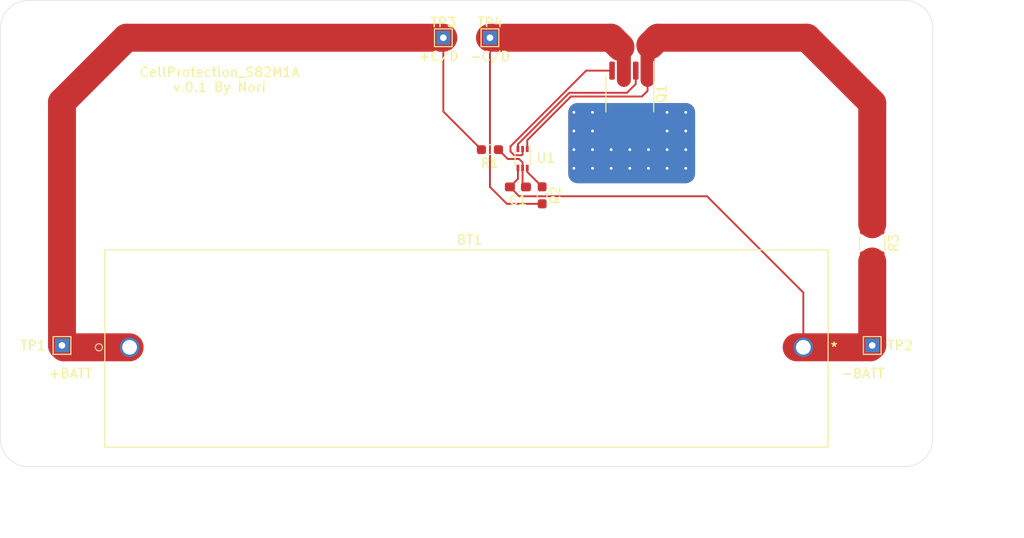
<source format=kicad_pcb>
(kicad_pcb (version 20211014) (generator pcbnew)
  (layers (0 "F.Cu" signal) (31 "B.Cu" signal) (34 "B.Paste" user) (35 "F.Paste" user) (36 "B.SilkS" user "B.Silkscreen") (37 "F.SilkS" user "F.Silkscreen") (38 "B.Mask" user) (39 "F.Mask" user) (44 "Edge.Cuts" user))
  (net 0 "")
  (net 1 "Net-(BT1-Pad1)")
  (net 2 "Net-(BT1-Pad2)")
  (net 3 "Net-(C1-Pad1)")
  (net 4 "Net-(Q1-Pad1)")
  (net 5 "Net-(Q1-Pad2)")
  (net 6 "Net-(Q1-Pad3)")
  (net 7 "Net-(Q1-Pad4)")
  (net 8 "Net-(Q1-Pad5)")
  (net 9 "Net-(R2-Pad1)")
  (footprint "Package_SO:SOIC-8_3.9x4.9mm_P1.27mm" (layer "F.Cu") (at 162.5 75 -90)
    (fp_text reference "Q1" (at 0 -3.4 90) (layer "F.SilkS"))
    (fp_text value "FDS9926A")
    (fp_line (start 0 -2.56) (end 1.95 -2.56) (layer "F.SilkS") (width 0.12))
    (fp_line (start 0 2.56) (end 1.95 2.56) (layer "F.SilkS") (width 0.12))
    (fp_line (start 0 -2.56) (end -3.45 -2.56) (layer "F.SilkS") (width 0.12))
    (fp_line (start 0 2.56) (end -1.95 2.56) (layer "F.SilkS") (width 0.12))
    (pad "1" smd roundrect (at -2.475 -1.905 270) (size 1.95 0.6) (layers "F.Cu" "F.Paste" "F.Mask") (net 4 "Net-(Q1-Pad1)"))
    (pad "2" smd roundrect (at -2.475 -0.635 270) (size 1.95 0.6) (layers "F.Cu" "F.Paste" "F.Mask") (net 5 "Net-(Q1-Pad2)"))
    (pad "3" smd roundrect (at -2.475 0.635 270) (size 1.95 0.6) (layers "F.Cu" "F.Paste" "F.Mask") (net 6 "Net-(Q1-Pad3)"))
    (pad "4" smd roundrect (at -2.475 1.905 270) (size 1.95 0.6) (layers "F.Cu" "F.Paste" "F.Mask") (net 7 "Net-(Q1-Pad4)"))
    (pad "5" smd roundrect (at 2.475 1.905 270) (size 1.95 0.6) (layers "F.Cu" "F.Paste" "F.Mask") (net 8 "Net-(Q1-Pad5)"))
    (pad "6" smd roundrect (at 2.475 0.635 270) (size 1.95 0.6) (layers "F.Cu" "F.Paste" "F.Mask") (net 8 "Net-(Q1-Pad5)"))
    (pad "7" smd roundrect (at 2.475 -0.635 270) (size 1.95 0.6) (layers "F.Cu" "F.Paste" "F.Mask") (net 8 "Net-(Q1-Pad5)"))
    (pad "8" smd roundrect (at 2.475 -1.905 270) (size 1.95 0.6) (layers "F.Cu" "F.Paste" "F.Mask") (net 8 "Net-(Q1-Pad5)"))
  )
  (footprint "1043:1043" (layer "F.Cu") (at 181.11235 102.2)
    (fp_text reference "BT1" (at -35.8 -11.5) (layer "F.SilkS"))
    (fp_text value "Battery_Cell")
    (fp_text user "*" (at 3.3 0) (layer "F.SilkS"))
    (fp_circle (center -75.5523 0) (end -75.1713 0) (layer "B.SilkS") (width 0.12) (fill none))
    (fp_line (start -74.9173 -10.4521) (end -74.9173 10.7061) (layer "F.SilkS") (width 0.12))
    (fp_line (start -74.9173 10.7061) (end 2.6543 10.7061) (layer "F.SilkS") (width 0.12))
    (fp_line (start 2.6543 -10.4521) (end -74.9173 -10.4521) (layer "F.SilkS") (width 0.12))
    (fp_line (start 2.6543 10.7061) (end 2.6543 -10.4521) (layer "F.SilkS") (width 0.12))
    (fp_circle (center -75.5523 0) (end -75.1713 0) (layer "F.SilkS") (width 0.12) (fill none))
    (pad "" np_thru_hole circle (at -8.382 -7.874) (size 3.81 3.81) (drill 3.81) (layers *.Cu *.Mask))
    (pad "" np_thru_hole circle (at -63.627 7.874) (size 3.81 3.81) (drill 3.81) (layers *.Cu *.Mask))
    (pad "" np_thru_hole circle (at 0 7.874) (size 2.6416 2.6416) (drill 2.6416) (layers *.Cu *.Mask))
    (pad "1" thru_hole circle (at -72.263 0) (size 2.0828 2.0828) (drill 1.5748) (layers *.Cu *.Mask) (net 1 "Net-(BT1-Pad1)"))
    (pad "2" thru_hole circle (at 0 0) (size 2.0828 2.0828) (drill 1.5748) (layers *.Cu *.Mask) (net 2 "Net-(BT1-Pad2)"))
  )
  (footprint "TestPoint:TestPoint_THTPad_1.5x1.5mm_Drill0.7mm" (layer "F.Cu") (at 147.5 69)
    (fp_text reference "TP4" (at 0 -1.648) (layer "F.SilkS"))
    (fp_text value "Pin")
    (fp_line (start -0.95 0.95) (end -0.95 -0.95) (layer "F.SilkS") (width 0.12))
    (fp_line (start -0.95 -0.95) (end 0.95 -0.95) (layer "F.SilkS") (width 0.12))
    (fp_line (start 0.95 -0.95) (end 0.95 0.95) (layer "F.SilkS") (width 0.12))
    (fp_line (start 0.95 0.95) (end -0.95 0.95) (layer "F.SilkS") (width 0.12))
    (pad "1" thru_hole rect (at 0 0) (size 1.5 1.5) (drill 0.7) (layers *.Cu *.Mask) (net 6 "Net-(Q1-Pad3)"))
  )
  (footprint "Capacitor_SMD:C_0603_1608Metric_Pad1.08x0.95mm_HandSolder" (layer "F.Cu") (at 150.5 85 180)
    (fp_text reference "C1" (at 0 -1.43) (layer "F.SilkS"))
    (fp_text value "0.1u")
    (fp_line (start -0.146267 0.51) (end 0.146267 0.51) (layer "F.SilkS") (width 0.12))
    (fp_line (start -0.146267 -0.51) (end 0.146267 -0.51) (layer "F.SilkS") (width 0.12))
    (pad "1" smd roundrect (at -0.8625 0 180) (size 1.075 0.95) (layers "F.Cu" "F.Paste" "F.Mask") (net 3 "Net-(C1-Pad1)"))
    (pad "2" smd roundrect (at 0.8625 0 180) (size 1.075 0.95) (layers "F.Cu" "F.Paste" "F.Mask") (net 2 "Net-(BT1-Pad2)"))
  )
  (footprint "TestPoint:TestPoint_THTPad_1.5x1.5mm_Drill0.7mm" (layer "F.Cu") (at 188.5 102)
    (fp_text reference "TP2" (at 3 0) (layer "F.SilkS"))
    (fp_text value "Pin")
    (fp_line (start 0.95 0.95) (end -0.95 0.95) (layer "F.SilkS") (width 0.12))
    (fp_line (start -0.95 0.95) (end -0.95 -0.95) (layer "F.SilkS") (width 0.12))
    (fp_line (start 0.95 -0.95) (end 0.95 0.95) (layer "F.SilkS") (width 0.12))
    (fp_line (start -0.95 -0.95) (end 0.95 -0.95) (layer "F.SilkS") (width 0.12))
    (pad "1" thru_hole rect (at 0 0) (size 1.5 1.5) (drill 0.7) (layers *.Cu *.Mask) (net 2 "Net-(BT1-Pad2)"))
  )
  (footprint "TestPoint:TestPoint_THTPad_1.5x1.5mm_Drill0.7mm" (layer "F.Cu") (at 142.5 69)
    (fp_text reference "TP3" (at 0 -1.648) (layer "F.SilkS"))
    (fp_text value "Pin")
    (fp_line (start -0.95 -0.95) (end 0.95 -0.95) (layer "F.SilkS") (width 0.12))
    (fp_line (start -0.95 0.95) (end -0.95 -0.95) (layer "F.SilkS") (width 0.12))
    (fp_line (start 0.95 -0.95) (end 0.95 0.95) (layer "F.SilkS") (width 0.12))
    (fp_line (start 0.95 0.95) (end -0.95 0.95) (layer "F.SilkS") (width 0.12))
    (pad "1" thru_hole rect (at 0 0) (size 1.5 1.5) (drill 0.7) (layers *.Cu *.Mask) (net 1 "Net-(BT1-Pad1)"))
  )
  (footprint "Resistor_SMD:R_1210_3225Metric_Pad1.30x2.65mm_HandSolder" (layer "F.Cu") (at 188.5 91 -90)
    (fp_text reference "R3" (at 0 -2.28 90) (layer "F.SilkS"))
    (fp_text value "3m")
    (fp_line (start -0.723737 1.355) (end 0.723737 1.355) (layer "F.SilkS") (width 0.12))
    (fp_line (start -0.723737 -1.355) (end 0.723737 -1.355) (layer "F.SilkS") (width 0.12))
    (pad "1" smd roundrect (at -1.55 0 270) (size 1.3 2.65) (layers "F.Cu" "F.Paste" "F.Mask") (roundrect_rratio 0.1923076923) (net 4 "Net-(Q1-Pad1)"))
    (pad "2" smd roundrect (at 1.55 0 270) (size 1.3 2.65) (layers "F.Cu" "F.Paste" "F.Mask") (roundrect_rratio 0.1923076923) (net 2 "Net-(BT1-Pad2)"))
  )
  (footprint "S-82M1A:S-82M1A" (layer "F.Cu") (at 151.5 81 180)
    (fp_text reference "U1" (at -2 -0.9 unlocked) (layer "F.SilkS"))
    (fp_text value "S-82M1AAA-I6T1U7")
    (fp_line (start -0.3 0.4) (end -0.3 -1.7) (layer "F.SilkS") (width 0.12))
    (fp_line (start 1.3 -0.1) (end 1.3 -1.7) (layer "F.SilkS") (width 0.12))
    (pad "1" smd rect (at 0 0.07 270) (size 0.66 0.3) (layers "F.Cu" "F.Paste" "F.Mask") (net 4 "Net-(Q1-Pad1)"))
    (pad "2" smd rect (at 0.5 0.07 270) (size 0.66 0.3) (layers "F.Cu" "F.Paste" "F.Mask") (net 7 "Net-(Q1-Pad4)"))
    (pad "3" smd rect (at 1 0.07 270) (size 0.66 0.3) (layers "F.Cu" "F.Paste" "F.Mask") (net 5 "Net-(Q1-Pad2)"))
    (pad "4" smd rect (at 1 -1.96 270) (size 0.68 0.3) (layers "F.Cu" "F.Paste" "F.Mask") (net 2 "Net-(BT1-Pad2)"))
    (pad "5" smd rect (at 0.5 -1.96 270) (size 0.68 0.3) (layers "F.Cu" "F.Paste" "F.Mask") (net 3 "Net-(C1-Pad1)"))
    (pad "6" smd rect (at 0 -1.96 270) (size 0.68 0.3) (layers "F.Cu" "F.Paste" "F.Mask") (net 9 "Net-(R2-Pad1)"))
  )
  (footprint "Resistor_SMD:R_0603_1608Metric_Pad0.98x0.95mm_HandSolder" (layer "F.Cu") (at 147.5 81 180)
    (fp_text reference "R1" (at 0 -1.43) (layer "F.SilkS"))
    (fp_text value "330")
    (fp_line (start -0.254724 -0.5225) (end 0.254724 -0.5225) (layer "F.SilkS") (width 0.12))
    (fp_line (start -0.254724 0.5225) (end 0.254724 0.5225) (layer "F.SilkS") (width 0.12))
    (pad "1" smd roundrect (at -0.9125 0 180) (size 0.975 0.95) (layers "F.Cu" "F.Paste" "F.Mask") (net 3 "Net-(C1-Pad1)"))
    (pad "2" smd roundrect (at 0.9125 0 180) (size 0.975 0.95) (layers "F.Cu" "F.Paste" "F.Mask") (net 1 "Net-(BT1-Pad1)"))
  )
  (footprint "Resistor_SMD:R_0603_1608Metric_Pad0.98x0.95mm_HandSolder" (layer "F.Cu") (at 153.1 85.9 -90)
    (fp_text reference "R2" (at 0 -1.43 90) (layer "F.SilkS"))
    (fp_text value "470")
    (fp_line (start -0.254724 -0.5225) (end 0.254724 -0.5225) (layer "F.SilkS") (width 0.12))
    (fp_line (start -0.254724 0.5225) (end 0.254724 0.5225) (layer "F.SilkS") (width 0.12))
    (pad "1" smd roundrect (at -0.9125 0 270) (size 0.975 0.95) (layers "F.Cu" "F.Paste" "F.Mask") (net 9 "Net-(R2-Pad1)"))
    (pad "2" smd roundrect (at 0.9125 0 270) (size 0.975 0.95) (layers "F.Cu" "F.Paste" "F.Mask") (net 6 "Net-(Q1-Pad3)"))
  )
  (footprint "TestPoint:TestPoint_THTPad_1.5x1.5mm_Drill0.7mm" (layer "F.Cu") (at 101.6 102)
    (fp_text reference "TP1" (at -3.1 0) (layer "F.SilkS"))
    (fp_text value "Pin")
    (fp_line (start 0.95 0.95) (end -0.95 0.95) (layer "F.SilkS") (width 0.12))
    (fp_line (start -0.95 0.95) (end -0.95 -0.95) (layer "F.SilkS") (width 0.12))
    (fp_line (start 0.95 -0.95) (end 0.95 0.95) (layer "F.SilkS") (width 0.12))
    (fp_line (start -0.95 -0.95) (end 0.95 -0.95) (layer "F.SilkS") (width 0.12))
    (pad "1" thru_hole rect (at 0 0) (size 1.5 1.5) (drill 0.7) (layers *.Cu *.Mask) (net 1 "Net-(BT1-Pad1)"))
  )
  (gr_arc (start 192 65) (mid 194.12132 65.87868) (end 195 68) (layer "Edge.Cuts") (width 0.05))
  (gr_arc (start 195 112) (mid 194.12132 114.12132) (end 192 115) (layer "Edge.Cuts") (width 0.05))
  (gr_line (start 195 112) (end 195 68) (layer "Edge.Cuts") (width 0.05))
  (gr_arc (start 95 68) (mid 95.87868 65.87868) (end 98 65) (layer "Edge.Cuts") (width 0.05))
  (gr_line (start 192 65) (end 98 65) (layer "Edge.Cuts") (width 0.05))
  (gr_line (start 98 115) (end 192 115) (layer "Edge.Cuts") (width 0.05))
  (gr_arc (start 98 115) (mid 95.87868 114.12132) (end 95 112) (layer "Edge.Cuts") (width 0.05))
  (gr_line (start 95 68) (end 95 112) (layer "Edge.Cuts") (width 0.05))
  (gr_text "+C/D" (at 142 71) (layer "F.SilkS") (effects (font (size 1 1))))
  (gr_text "+BATT" (at 102.5 105) (layer "F.SilkS") (effects (font (size 1 1))))
  (gr_text "-BATT" (at 187.5 105) (layer "F.SilkS") (effects (font (size 1 1))))
  (gr_text "CellProtection_S82M1A\nv.0.1 By Nori" (at 118.5 73.5) (layer "F.SilkS") (effects (font (size 1 1))))
  (gr_text "-C/D" (at 147.5 71) (layer "F.SilkS") (effects (font (size 1 1))))
  (segment (start 142.5 76.9125) (end 142.5 69) (width 0.2) (layer "F.Cu") (net 1))
  (segment (start 101.8 102.2) (end 101.6 102) (width 3) (layer "F.Cu") (net 1))
  (segment (start 101.6 102) (end 101.6 75.9) (width 3) (layer "F.Cu") (net 1))
  (segment (start 101.6 75.9) (end 108.5 69) (width 3) (layer "F.Cu") (net 1))
  (segment (start 108.84935 102.2) (end 101.8 102.2) (width 3) (layer "F.Cu") (net 1))
  (segment (start 108.5 69) (end 142.5 69) (width 3) (layer "F.Cu") (net 1))
  (segment (start 146.5875 81) (end 142.5 76.9125) (width 0.2) (layer "F.Cu") (net 1))
  (segment (start 150.5 84.1375) (end 149.6375 85) (width 0.2) (layer "F.Cu") (net 2))
  (segment (start 170.782454 86) (end 181.11235 96.329895) (width 0.2) (layer "F.Cu") (net 2))
  (segment (start 180.4 102.2) (end 188.3 102.2) (width 3) (layer "F.Cu") (net 2))
  (segment (start 181.11235 96.329895) (end 181.11235 102.2) (width 0.2) (layer "F.Cu") (net 2))
  (segment (start 150.5 82.96) (end 150.5 84.1375) (width 0.2) (layer "F.Cu") (net 2))
  (segment (start 188.5 102) (end 188.5 93) (width 3) (layer "F.Cu") (net 2))
  (segment (start 188.3 102.2) (end 188.5 102) (width 3) (layer "F.Cu") (net 2))
  (segment (start 149.6375 85) (end 150.6375 86) (width 0.2) (layer "F.Cu") (net 2))
  (segment (start 150.6375 86) (end 170.782454 86) (width 0.2) (layer "F.Cu") (net 2))
  (segment (start 151 84.6375) (end 151.3625 85) (width 0.2) (layer "F.Cu") (net 3))
  (segment (start 151 82.96) (end 151 84.6375) (width 0.2) (layer "F.Cu") (net 3))
  (segment (start 149.4125 82) (end 150.63 82) (width 0.2) (layer "F.Cu") (net 3))
  (segment (start 150.63 82) (end 151 82.37) (width 0.2) (layer "F.Cu") (net 3))
  (segment (start 151 82.96) (end 151 82.37) (width 0.2) (layer "F.Cu") (net 3))
  (segment (start 148.4125 81) (end 149.4125 82) (width 0.2) (layer "F.Cu") (net 3))
  (segment (start 188.5 89) (end 188.5 76) (width 3) (layer "F.Cu") (net 4))
  (segment (start 163.8 75.3) (end 164.405 74.695) (width 0.2) (layer "F.Cu") (net 4))
  (segment (start 164.405 74.695) (end 164.405 72.525) (width 0.2) (layer "F.Cu") (net 4))
  (segment (start 181.5 69) (end 165.5 69) (width 3) (layer "F.Cu") (net 4))
  (segment (start 151.5 80.93) (end 151.5 79.981372) (width 0.2) (layer "F.Cu") (net 4))
  (segment (start 164.405 70.295) (end 164.405 73.525) (width 1.5) (layer "F.Cu") (net 4))
  (segment (start 151.5 79.981372) (end 156.181372 75.3) (width 0.2) (layer "F.Cu") (net 4))
  (segment (start 156.181372 75.3) (end 163.8 75.3) (width 0.2) (layer "F.Cu") (net 4))
  (segment (start 188.5 76) (end 181.5 69) (width 3) (layer "F.Cu") (net 4))
  (segment (start 165.5 69) (end 164.7 69.8) (width 3) (layer "F.Cu") (net 4))
  (segment (start 150.5 80.93) (end 150.5 80.415686) (width 0.2) (layer "F.Cu") (net 5))
  (segment (start 150.5 80.415686) (end 156.015686 74.9) (width 0.2) (layer "F.Cu") (net 5))
  (segment (start 163.135 73.965) (end 163.135 72.525) (width 0.2) (layer "F.Cu") (net 5))
  (segment (start 162.2 74.9) (end 163.135 73.965) (width 0.2) (layer "F.Cu") (net 5))
  (segment (start 156.015686 74.9) (end 162.2 74.9) (width 0.2) (layer "F.Cu") (net 5))
  (segment (start 149.3125 86.8125) (end 147.5 85) (width 0.2) (layer "F.Cu") (net 6))
  (segment (start 161.865 73.525) (end 161.865 70.365) (width 1.5) (layer "F.Cu") (net 6))
  (segment (start 153.1 86.8125) (end 149.3125 86.8125) (width 0.2) (layer "F.Cu") (net 6))
  (segment (start 147.5 69) (end 147.5 85) (width 0.2) (layer "F.Cu") (net 6))
  (segment (start 160.5 69) (end 161.5 70) (width 3) (layer "F.Cu") (net 6))
  (segment (start 147.5 69) (end 160.5 69) (width 3) (layer "F.Cu") (net 6))
  (segment (start 150.1 81.6) (end 149.7 81.2) (width 0.2) (layer "F.Cu") (net 7))
  (segment (start 150.91 81.6) (end 150.1 81.6) (width 0.2) (layer "F.Cu") (net 7))
  (segment (start 151 81.51) (end 150.91 81.6) (width 0.2) (layer "F.Cu") (net 7))
  (segment (start 149.7 80.65) (end 157.825 72.525) (width 0.2) (layer "F.Cu") (net 7))
  (segment (start 157.825 72.525) (end 160.595 72.525) (width 0.2) (layer "F.Cu") (net 7))
  (segment (start 149.7 81.2) (end 149.7 80.65) (width 0.2) (layer "F.Cu") (net 7))
  (segment (start 151 80.93) (end 151 81.51) (width 0.2) (layer "F.Cu") (net 7))
  (via (at 156.5 83) (size 0.6) (drill 0.3) (layers "F.Cu" "B.Cu") (net 8))
  (via (at 168.5 77) (size 0.6) (drill 0.3) (layers "F.Cu" "B.Cu") (net 8))
  (via (at 156.5 77) (size 0.6) (drill 0.3) (layers "F.Cu" "B.Cu") (net 8))
  (via (at 166.5 83) (size 0.6) (drill 0.3) (layers "F.Cu" "B.Cu") (net 8))
  (via (at 162.5 83) (size 0.6) (drill 0.3) (layers "F.Cu" "B.Cu") (net 8))
  (via (at 156.5 79) (size 0.6) (drill 0.3) (layers "F.Cu" "B.Cu") (net 8))
  (via (at 166.5 81) (size 0.6) (drill 0.3) (layers "F.Cu" "B.Cu") (net 8))
  (via (at 156.5 81) (size 0.6) (drill 0.3) (layers "F.Cu" "B.Cu") (net 8))
  (via (at 160.5 81) (size 0.6) (drill 0.3) (layers "F.Cu" "B.Cu") (net 8))
  (via (at 164.5 83) (size 0.6) (drill 0.3) (layers "F.Cu" "B.Cu") (net 8))
  (via (at 168.5 79) (size 0.6) (drill 0.3) (layers "F.Cu" "B.Cu") (net 8))
  (via (at 158.5 83) (size 0.6) (drill 0.3) (layers "F.Cu" "B.Cu") (net 8))
  (via (at 168.5 81) (size 0.6) (drill 0.3) (layers "F.Cu" "B.Cu") (net 8))
  (via (at 166.5 79) (size 0.6) (drill 0.3) (layers "F.Cu" "B.Cu") (net 8))
  (via (at 162.5 81) (size 0.6) (drill 0.3) (layers "F.Cu" "B.Cu") (net 8))
  (via (at 158.5 81) (size 0.6) (drill 0.3) (layers "F.Cu" "B.Cu") (net 8))
  (via (at 158.5 77) (size 0.6) (drill 0.3) (layers "F.Cu" "B.Cu") (net 8))
  (via (at 164.5 81) (size 0.6) (drill 0.3) (layers "F.Cu" "B.Cu") (net 8))
  (via (at 158.5 79) (size 0.6) (drill 0.3) (layers "F.Cu" "B.Cu") (net 8))
  (via (at 168.5 83) (size 0.6) (drill 0.3) (layers "F.Cu" "B.Cu") (net 8))
  (via (at 160.5 83) (size 0.6) (drill 0.3) (layers "F.Cu" "B.Cu") (net 8))
  (via (at 166.5 77) (size 0.6) (drill 0.3) (layers "F.Cu" "B.Cu") (net 8))
  (segment (start 151.5 82.96) (end 151.5 83.3875) (width 0.2) (layer "F.Cu") (net 9))
  (segment (start 151.5 83.3875) (end 153.1 84.9875) (width 0.2) (layer "F.Cu") (net 9))
  (zone (net 8) (net_name "Net-(Q1-Pad5)") (layer "F.Cu") (connect_pads (clearance 0.508)) (min_thickness 0.254) (fill yes (thermal_gap 0.508) (thermal_bridge_width 0.508) (smoothing fillet) (radius 1))
    (polygon (pts (xy 169.5 84.6) (xy 155.9 84.6) (xy 155.9 76) (xy 169.5 76)))
  )
  (zone (net 8) (net_name "Net-(Q1-Pad5)") (layer "B.Cu") (connect_pads (clearance 0.508)) (min_thickness 0.254) (fill yes (thermal_gap 0.508) (thermal_bridge_width 0.508) (smoothing fillet) (radius 1))
    (polygon (pts (xy 169.5 84.6) (xy 155.9 84.6) (xy 155.9 76) (xy 169.5 76)))
  )
)
</source>
